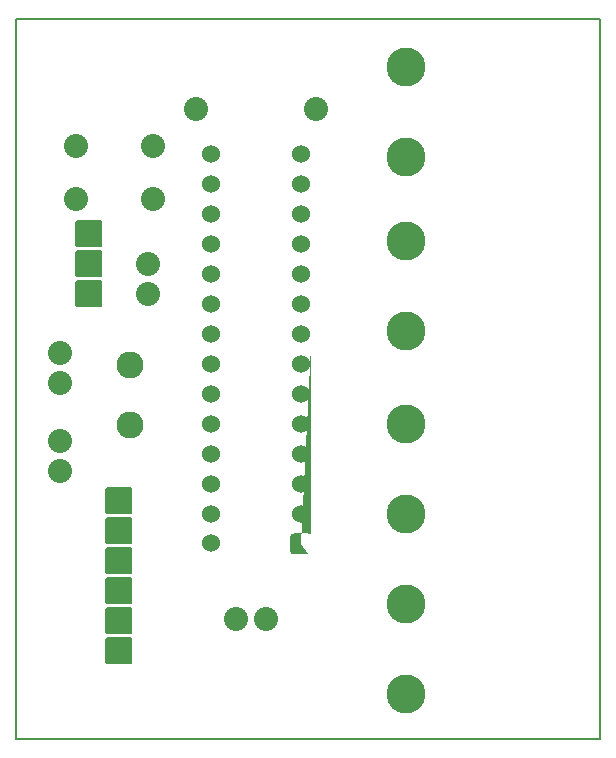
<source format=gbr>
G04 PROTEUS GERBER X2 FILE*
%TF.GenerationSoftware,Labcenter,Proteus,8.12-SP2-Build31155*%
%TF.CreationDate,2022-10-21T15:13:51+00:00*%
%TF.FileFunction,Soldermask,Bot*%
%TF.FilePolarity,Negative*%
%TF.Part,Single*%
%TF.SameCoordinates,{a4a464b1-79f5-4a4b-a632-db850109d18e}*%
%FSLAX45Y45*%
%MOMM*%
G01*
%TA.AperFunction,Material*%
%ADD21C,3.302000*%
%ADD22C,2.032000*%
%AMPPAD015*
4,1,68,
0.635000,-0.889000,
-0.635000,-0.889000,
-0.661400,-0.887720,
-0.686930,-0.883950,
-0.711490,-0.877800,
-0.734960,-0.869400,
-0.757220,-0.858870,
-0.778150,-0.846300,
-0.797650,-0.831840,
-0.815580,-0.815580,
-0.831840,-0.797640,
-0.846300,-0.778150,
-0.858860,-0.757220,
-0.869400,-0.734960,
-0.877800,-0.711490,
-0.883950,-0.686930,
-0.887720,-0.661400,
-0.889000,-0.635000,
-0.889000,0.635000,
-0.887720,0.661400,
-0.883950,0.686930,
-0.877800,0.711490,
-0.869400,0.734960,
-0.858860,0.757220,
-0.846300,0.778150,
-0.831840,0.797640,
-0.815580,0.815580,
-0.797650,0.831840,
-0.778150,0.846300,
-0.757220,0.858870,
-0.734960,0.869400,
-0.711490,0.877800,
-0.686930,0.883950,
-0.661400,0.887720,
-0.635000,0.889000,
0.635000,0.889000,
0.661400,0.887720,
0.686930,0.883950,
0.711490,0.877800,
0.734960,0.869400,
0.757220,0.858870,
0.778150,0.846300,
0.797650,0.831840,
0.815580,0.815580,
0.831840,0.797640,
0.846300,0.778150,
0.858860,0.757220,
0.869400,0.734960,
0.877800,0.711490,
0.883950,0.686930,
0.887720,0.661400,
0.889000,0.635000,
0.889000,-0.635000,
0.887720,-0.661400,
0.883950,-0.686930,
0.877800,-0.711490,
0.869400,-0.734960,
0.858860,-0.757220,
0.846300,-0.778150,
0.831840,-0.797640,
0.815580,-0.815580,
0.797650,-0.831840,
0.778150,-0.846300,
0.757220,-0.858870,
0.734960,-0.869400,
0.711490,-0.877800,
0.686930,-0.883950,
0.661400,-0.887720,
0.635000,-0.889000,
0*%
%TA.AperFunction,Material*%
%ADD23PPAD015*%
%ADD24C,1.524000*%
%AMPPAD017*
4,1,36,
1.143000,1.016000,
1.143000,-1.016000,
1.140470,-1.041970,
1.133200,-1.065980,
1.121650,-1.087580,
1.106290,-1.106290,
1.087570,-1.121650,
1.065980,-1.133200,
1.041970,-1.140470,
1.016000,-1.143000,
-1.016000,-1.143000,
-1.041970,-1.140470,
-1.065980,-1.133200,
-1.087570,-1.121650,
-1.106290,-1.106290,
-1.121650,-1.087580,
-1.133200,-1.065980,
-1.140470,-1.041970,
-1.143000,-1.016000,
-1.143000,1.016000,
-1.140470,1.041970,
-1.133200,1.065980,
-1.121650,1.087580,
-1.106290,1.106290,
-1.087570,1.121650,
-1.065980,1.133200,
-1.041970,1.140470,
-1.016000,1.143000,
1.016000,1.143000,
1.041970,1.140470,
1.065980,1.133200,
1.087570,1.121650,
1.106290,1.106290,
1.121650,1.087580,
1.133200,1.065980,
1.140470,1.041970,
1.143000,1.016000,
0*%
%TA.AperFunction,Material*%
%ADD25PPAD017*%
%TA.AperFunction,Material*%
%ADD26C,2.286000*%
%TA.AperFunction,Profile*%
%ADD17C,0.203200*%
%TD.AperFunction*%
D21*
X-4314000Y+3199000D03*
X-4314000Y+2437000D03*
X-4314000Y+4675000D03*
X-4314000Y+3913000D03*
X-4314000Y+127000D03*
X-4314000Y-635000D03*
X-4314000Y+1651000D03*
X-4314000Y+889000D03*
D22*
X-6096000Y+4318000D03*
X-5080000Y+4318000D03*
X-7112000Y+4006000D03*
X-6462000Y+4006000D03*
X-6462000Y+3556000D03*
X-7112000Y+3556000D03*
D23*
X-5207000Y+635000D03*
D24*
X-5207000Y+889000D03*
X-5207000Y+1143000D03*
X-5207000Y+1397000D03*
X-5207000Y+1651000D03*
X-5207000Y+1905000D03*
X-5207000Y+2159000D03*
X-5207000Y+2413000D03*
X-5207000Y+2667000D03*
X-5207000Y+2921000D03*
X-5207000Y+3175000D03*
X-5207000Y+3429000D03*
X-5207000Y+3683000D03*
X-5207000Y+3937000D03*
X-5969000Y+3937000D03*
X-5969000Y+3683000D03*
X-5969000Y+3429000D03*
X-5969000Y+3175000D03*
X-5969000Y+2921000D03*
X-5969000Y+2667000D03*
X-5969000Y+2413000D03*
X-5969000Y+2159000D03*
X-5969000Y+1905000D03*
X-5969000Y+1651000D03*
X-5969000Y+1397000D03*
X-5969000Y+1143000D03*
X-5969000Y+889000D03*
X-5969000Y+637000D03*
D25*
X-7000000Y+3254000D03*
X-7000000Y+3000000D03*
X-7000000Y+2746000D03*
D26*
X-6655000Y+1638000D03*
X-6655000Y+2146000D03*
D22*
X-5754000Y+0D03*
X-5500000Y+0D03*
X-6500000Y+3000000D03*
X-6500000Y+2746000D03*
X-7250000Y+2254000D03*
X-7250000Y+2000000D03*
X-7250000Y+1504000D03*
X-7250000Y+1250000D03*
D25*
X-6750000Y-270000D03*
X-6750000Y-16000D03*
X-6750000Y+238000D03*
X-6750000Y+492000D03*
X-6750000Y+746000D03*
X-6750000Y+1000000D03*
D17*
X-7620000Y-1016000D02*
X-2675000Y-1016000D01*
X-2675000Y+5080000D01*
X-7620000Y+5080000D01*
X-7620000Y-1016000D01*
M02*

</source>
